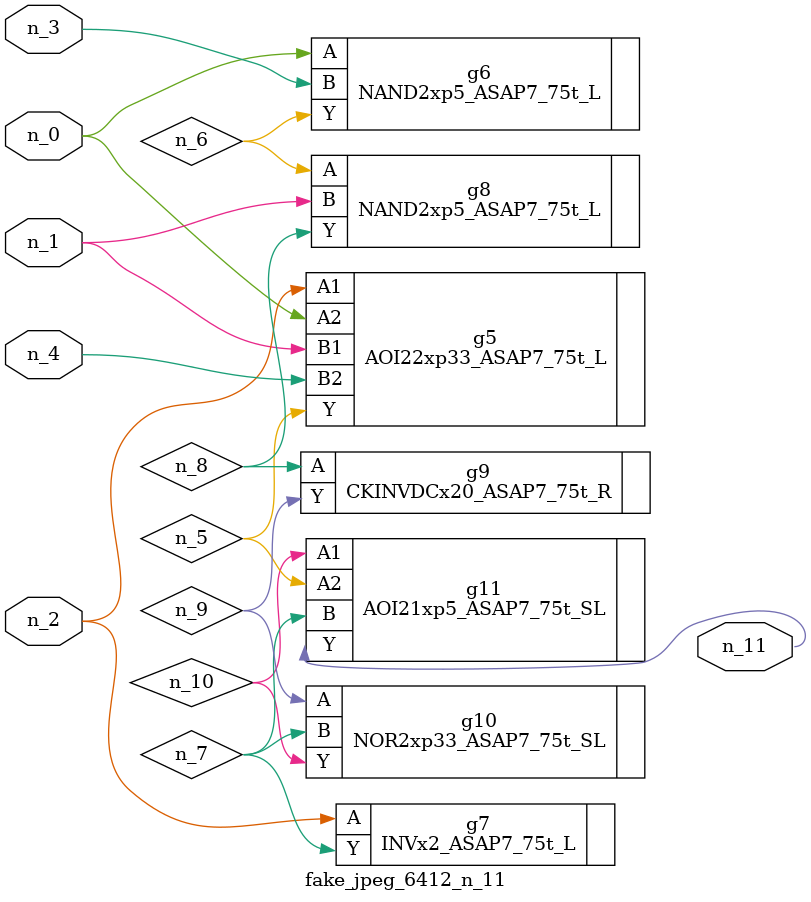
<source format=v>
module fake_jpeg_6412_n_11 (n_3, n_2, n_1, n_0, n_4, n_11);

input n_3;
input n_2;
input n_1;
input n_0;
input n_4;

output n_11;

wire n_10;
wire n_8;
wire n_9;
wire n_6;
wire n_5;
wire n_7;

AOI22xp33_ASAP7_75t_L g5 ( 
.A1(n_2),
.A2(n_0),
.B1(n_1),
.B2(n_4),
.Y(n_5)
);

NAND2xp5_ASAP7_75t_L g6 ( 
.A(n_0),
.B(n_3),
.Y(n_6)
);

INVx2_ASAP7_75t_L g7 ( 
.A(n_2),
.Y(n_7)
);

NAND2xp5_ASAP7_75t_L g8 ( 
.A(n_6),
.B(n_1),
.Y(n_8)
);

CKINVDCx20_ASAP7_75t_R g9 ( 
.A(n_8),
.Y(n_9)
);

NOR2xp33_ASAP7_75t_SL g10 ( 
.A(n_9),
.B(n_7),
.Y(n_10)
);

AOI21xp5_ASAP7_75t_SL g11 ( 
.A1(n_10),
.A2(n_5),
.B(n_7),
.Y(n_11)
);


endmodule
</source>
